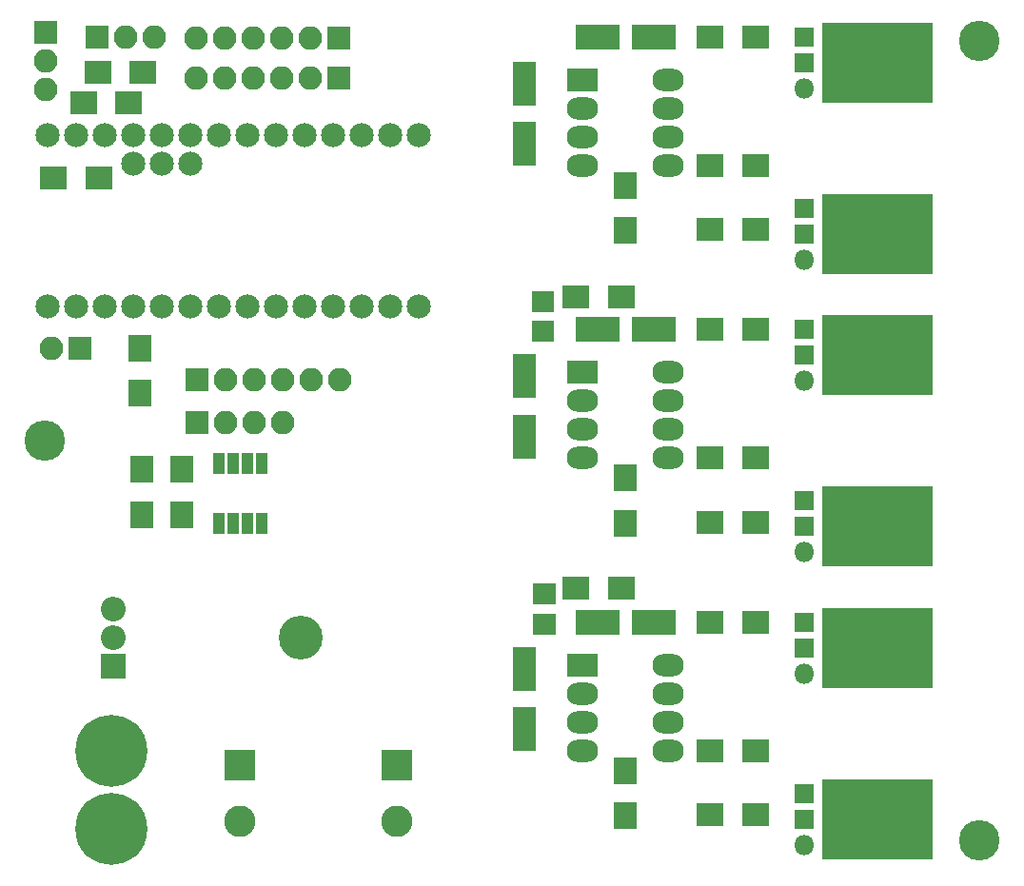
<source format=gbr>
G04 #@! TF.FileFunction,Soldermask,Top*
%FSLAX46Y46*%
G04 Gerber Fmt 4.6, Leading zero omitted, Abs format (unit mm)*
G04 Created by KiCad (PCBNEW 4.0.4-stable) date 07/18/17 15:47:46*
%MOMM*%
%LPD*%
G01*
G04 APERTURE LIST*
%ADD10C,0.100000*%
%ADD11R,2.000000X3.900000*%
%ADD12C,2.150000*%
%ADD13R,2.800000X2.000000*%
%ADD14O,2.800000X2.000000*%
%ADD15R,2.000000X2.400000*%
%ADD16R,3.900000X2.200000*%
%ADD17C,6.399480*%
%ADD18R,2.400000X2.100000*%
%ADD19O,3.900000X3.900000*%
%ADD20R,2.200000X2.200000*%
%ADD21O,2.200000X2.200000*%
%ADD22R,1.800000X1.800000*%
%ADD23O,1.800000X1.800000*%
%ADD24R,9.900000X7.150000*%
%ADD25R,2.100000X2.400000*%
%ADD26R,2.800000X2.800000*%
%ADD27C,2.800000*%
%ADD28R,2.400000X2.000000*%
%ADD29R,2.100000X2.100000*%
%ADD30O,2.100000X2.100000*%
%ADD31R,0.800000X1.900000*%
%ADD32R,1.000000X1.950000*%
%ADD33C,3.600000*%
G04 APERTURE END LIST*
D10*
D11*
X46482000Y71153000D03*
X46482000Y65753000D03*
D12*
X16764000Y64008000D03*
X14224000Y64008000D03*
X11684000Y64008000D03*
X6604000Y51308000D03*
X9144000Y51308000D03*
X11684000Y51308000D03*
X14224000Y51308000D03*
X16764000Y51308000D03*
X19304000Y51308000D03*
X21844000Y51308000D03*
X24384000Y51308000D03*
X26924000Y51308000D03*
X29464000Y51308000D03*
X32004000Y51308000D03*
X34544000Y51308000D03*
X37084000Y51308000D03*
X37084000Y66548000D03*
X34544000Y66548000D03*
X32004000Y66548000D03*
X29464000Y66548000D03*
X26924000Y66548000D03*
X24384000Y66548000D03*
X21844000Y66548000D03*
X19304000Y66548000D03*
X16764000Y66548000D03*
X14224000Y66548000D03*
X11684000Y66548000D03*
X9144000Y66548000D03*
X6604000Y66548000D03*
X4064000Y66548000D03*
X4064000Y51308000D03*
D13*
X51689000Y71501000D03*
D14*
X59309000Y63881000D03*
X51689000Y68961000D03*
X59309000Y66421000D03*
X51689000Y66421000D03*
X59309000Y68961000D03*
X51689000Y63881000D03*
X59309000Y71501000D03*
D15*
X12319000Y47593000D03*
X12319000Y43593000D03*
D16*
X57999000Y75311000D03*
X52999000Y75311000D03*
X57999000Y49276000D03*
X52999000Y49276000D03*
X57999000Y23241000D03*
X52999000Y23241000D03*
D17*
X9779000Y4826000D03*
X9779000Y11811000D03*
D18*
X67024000Y75311000D03*
X63024000Y75311000D03*
X67024000Y63881000D03*
X63024000Y63881000D03*
X67024000Y49276000D03*
X63024000Y49276000D03*
X67024000Y37846000D03*
X63024000Y37846000D03*
X67024000Y23241000D03*
X63024000Y23241000D03*
X67024000Y11811000D03*
X63024000Y11811000D03*
X67024000Y58166000D03*
X63024000Y58166000D03*
X67024000Y32131000D03*
X63024000Y32131000D03*
D19*
X26566000Y21844000D03*
D20*
X9906000Y19304000D03*
D21*
X9906000Y21844000D03*
X9906000Y24384000D03*
D22*
X71374000Y49276000D03*
X71374000Y46976000D03*
D23*
X71374000Y44676000D03*
D24*
X77874000Y46976000D03*
D22*
X71374000Y75311000D03*
X71374000Y73011000D03*
D23*
X71374000Y70711000D03*
D24*
X77874000Y73011000D03*
D22*
X71374000Y34036000D03*
X71374000Y31736000D03*
D23*
X71374000Y29436000D03*
D24*
X77874000Y31736000D03*
D22*
X71374000Y23241000D03*
X71374000Y20941000D03*
D23*
X71374000Y18641000D03*
D24*
X77874000Y20941000D03*
D22*
X71374000Y8001000D03*
X71374000Y5701000D03*
D23*
X71374000Y3401000D03*
D24*
X77874000Y5701000D03*
D18*
X67024000Y6096000D03*
X63024000Y6096000D03*
D25*
X55499000Y62071000D03*
X55499000Y58071000D03*
X55499000Y36036000D03*
X55499000Y32036000D03*
X55499000Y10001000D03*
X55499000Y6001000D03*
D13*
X51689000Y45466000D03*
D14*
X59309000Y37846000D03*
X51689000Y42926000D03*
X59309000Y40386000D03*
X51689000Y40386000D03*
X59309000Y42926000D03*
X51689000Y37846000D03*
X59309000Y45466000D03*
D13*
X51689000Y19431000D03*
D14*
X59309000Y11811000D03*
X51689000Y16891000D03*
X59309000Y14351000D03*
X51689000Y14351000D03*
X59309000Y16891000D03*
X51689000Y11811000D03*
X59309000Y19431000D03*
D26*
X21209000Y10541000D03*
D27*
X21209000Y5541000D03*
D28*
X51086000Y26289000D03*
X55086000Y26289000D03*
X51086000Y52197000D03*
X55086000Y52197000D03*
D29*
X29972000Y75184000D03*
D30*
X27432000Y75184000D03*
X24892000Y75184000D03*
X22352000Y75184000D03*
X19812000Y75184000D03*
X17272000Y75184000D03*
D29*
X29972000Y71628000D03*
D30*
X27432000Y71628000D03*
X24892000Y71628000D03*
X22352000Y71628000D03*
X19812000Y71628000D03*
X17272000Y71628000D03*
D29*
X6985000Y47625000D03*
D30*
X4445000Y47625000D03*
D22*
X71374000Y60071000D03*
X71374000Y57771000D03*
D23*
X71374000Y55471000D03*
D24*
X77874000Y57771000D03*
D31*
X47483000Y49089000D03*
X48133000Y49089000D03*
X48783000Y49089000D03*
X48783000Y51749000D03*
X48133000Y51749000D03*
X47483000Y51749000D03*
X47610000Y23054000D03*
X48260000Y23054000D03*
X48910000Y23054000D03*
X48910000Y25714000D03*
X48260000Y25714000D03*
X47610000Y25714000D03*
D26*
X35179000Y10541000D03*
D27*
X35179000Y5541000D03*
D29*
X8509000Y75311000D03*
D30*
X11049000Y75311000D03*
X13589000Y75311000D03*
D28*
X4604000Y62738000D03*
X8604000Y62738000D03*
D15*
X12446000Y32798000D03*
X12446000Y36798000D03*
D29*
X17399000Y44831000D03*
D30*
X19939000Y44831000D03*
X22479000Y44831000D03*
X25019000Y44831000D03*
X27559000Y44831000D03*
X30099000Y44831000D03*
D29*
X17399000Y41021000D03*
D30*
X19939000Y41021000D03*
X22479000Y41021000D03*
X25019000Y41021000D03*
D25*
X16002000Y32798000D03*
X16002000Y36798000D03*
D32*
X19304000Y31971000D03*
X20574000Y31971000D03*
X21844000Y31971000D03*
X23114000Y31971000D03*
X23114000Y37371000D03*
X21844000Y37371000D03*
X20574000Y37371000D03*
X19304000Y37371000D03*
D28*
X7271000Y69469000D03*
X11271000Y69469000D03*
D29*
X3937000Y75692000D03*
D30*
X3937000Y73152000D03*
X3937000Y70612000D03*
D18*
X8541000Y72136000D03*
X12541000Y72136000D03*
D11*
X46482000Y45118000D03*
X46482000Y39718000D03*
X46482000Y19083000D03*
X46482000Y13683000D03*
D33*
X86995000Y74930000D03*
X3810000Y39370000D03*
X86995000Y3810000D03*
M02*

</source>
